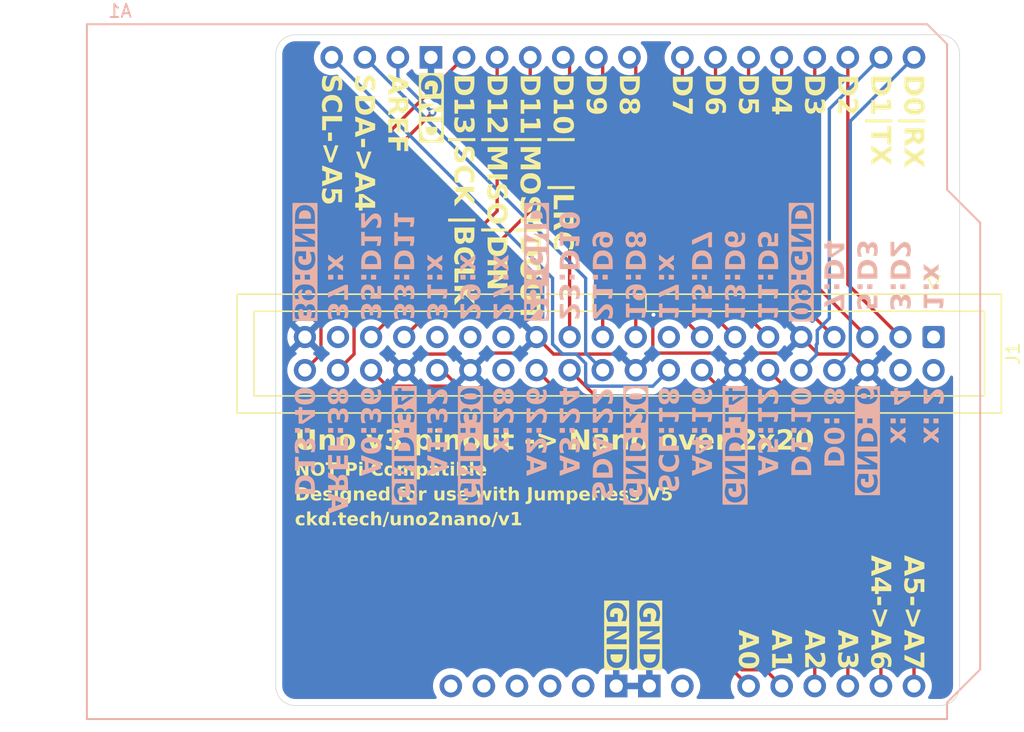
<source format=kicad_pcb>
(kicad_pcb (version 20241229) (generator "pcbnew") (generator_version "9.0")
  (layers (0 "F.Cu" signal) (2 "B.Cu" signal) (13 "F.Paste" user) (15 "B.Paste" user) (5 "F.SilkS" user "F.Silkscreen") (7 "B.SilkS" user "B.Silkscreen") (1 "F.Mask" user) (3 "B.Mask" user) (25 "Edge.Cuts" user))
  (net 0 "")
  (net 11 "/SCL")
  (net 12 "GND")
  (net 13 "/SDA")
  (net 18 "/D11")
  (net 19 "/D13")
  (net 20 "/D4")
  (net 21 "/D3")
  (net 22 "/D5")
  (net 23 "/A2")
  (net 24 "/D7")
  (net 25 "/D1")
  (net 26 "/A3")
  (net 27 "/D2")
  (net 28 "/A1")
  (net 29 "/D12")
  (net 30 "/A4")
  (net 31 "/D10")
  (net 32 "/AREF")
  (net 33 "/A5")
  (net 34 "/D0")
  (net 35 "/A0")
  (net 36 "/D9")
  (net 37 "/D8")
  (net 38 "/D6")
  (footprint "PCM_arduino-library:Arduino_Uno_R3_Shield" (layer "F.Cu") (at 120 151.54)
    (property "Reference" "A1" (at 2.54 -54.356 0) (layer "B.SilkS") (effects (justify mirror)))
    (property "Value" "Arduino_Uno_R3_Shield")
    (fp_line (start 0 -53.34) (end 0 0) (stroke (width 0.15)) (layer "B.SilkS"))
    (fp_line (start 0 -53.34) (end 64.516 -53.34) (stroke (width 0.15)) (layer "B.SilkS"))
    (fp_line (start 0 0) (end 66.04 0) (stroke (width 0.15)) (layer "B.SilkS"))
    (fp_line (start 64.516 -53.34) (end 66.04 -51.816) (stroke (width 0.15)) (layer "B.SilkS"))
    (fp_line (start 66.04 -40.64) (end 66.04 -51.816) (stroke (width 0.15)) (layer "B.SilkS"))
    (fp_line (start 66.04 -1.27) (end 68.58 -3.81) (stroke (width 0.15)) (layer "B.SilkS"))
    (fp_line (start 66.04 0) (end 66.04 -1.27) (stroke (width 0.15)) (layer "B.SilkS"))
    (fp_line (start 68.58 -38.1) (end 66.04 -40.64) (stroke (width 0.15)) (layer "B.SilkS"))
    (fp_line (start 68.58 -3.81) (end 68.58 -38.1) (stroke (width 0.15)) (layer "B.SilkS"))
    (pad "" thru_hole oval (at 27.94 -2.54) (size 1.7272 1.7272) (drill 1.016) (layers "*.Cu" "*.Mask"))
    (pad "3V3" thru_hole oval (at 35.56 -2.54) (size 1.7272 1.7272) (drill 1.016) (layers "*.Cu" "*.Mask"))
    (pad "5V1" thru_hole oval (at 38.1 -2.54) (size 1.7272 1.7272) (drill 1.016) (layers "*.Cu" "*.Mask"))
    (pad "A0" thru_hole oval (at 50.8 -2.54) (size 1.7272 1.7272) (drill 1.016) (layers "*.Cu" "*.Mask") (net 35 "/A0"))
    (pad "A1" thru_hole oval (at 53.34 -2.54) (size 1.7272 1.7272) (drill 1.016) (layers "*.Cu" "*.Mask") (net 28 "/A1"))
    (pad "A2" thru_hole oval (at 55.88 -2.54) (size 1.7272 1.7272) (drill 1.016) (layers "*.Cu" "*.Mask") (net 23 "/A2"))
    (pad "A3" thru_hole oval (at 58.42 -2.54) (size 1.7272 1.7272) (drill 1.016) (layers "*.Cu" "*.Mask") (net 26 "/A3"))
    (pad "A4" thru_hole oval (at 60.96 -2.54) (size 1.7272 1.7272) (drill 1.016) (layers "*.Cu" "*.Mask") (net 30 "/A4"))
    (pad "A5" thru_hole oval (at 63.5 -2.54) (size 1.7272 1.7272) (drill 1.016) (layers "*.Cu" "*.Mask") (net 33 "/A5"))
    (pad "AREF" thru_hole oval (at 23.876 -50.8) (size 1.7272 1.7272) (drill 1.016) (layers "*.Cu" "*.Mask") (net 32 "/AREF"))
    (pad "D0" thru_hole oval (at 63.5 -50.8) (size 1.7272 1.7272) (drill 1.016) (layers "*.Cu" "*.Mask") (net 34 "/D0"))
    (pad "D1" thru_hole oval (at 60.96 -50.8) (size 1.7272 1.7272) (drill 1.016) (layers "*.Cu" "*.Mask") (net 25 "/D1"))
    (pad "D2" thru_hole oval (at 58.42 -50.8) (size 1.7272 1.7272) (drill 1.016) (layers "*.Cu" "*.Mask") (net 27 "/D2"))
    (pad "D3" thru_hole oval (at 55.88 -50.8) (size 1.7272 1.7272) (drill 1.016) (layers "*.Cu" "*.Mask") (net 21 "/D3"))
    (pad "D4" thru_hole oval (at 53.34 -50.8) (size 1.7272 1.7272) (drill 1.016) (layers "*.Cu" "*.Mask") (net 20 "/D4"))
    (pad "D5" thru_hole oval (at 50.8 -50.8) (size 1.7272 1.7272) (drill 1.016) (layers "*.Cu" "*.Mask") (net 22 "/D5"))
    (pad "D6" thru_hole oval (at 48.26 -50.8) (size 1.7272 1.7272) (drill 1.016) (layers "*.Cu" "*.Mask") (net 38 "/D6"))
    (pad "D7" thru_hole oval (at 45.72 -50.8) (size 1.7272 1.7272) (drill 1.016) (layers "*.Cu" "*.Mask") (net 24 "/D7"))
    (pad "D8" thru_hole oval (at 41.656 -50.8) (size 1.7272 1.7272) (drill 1.016) (layers "*.Cu" "*.Mask") (net 37 "/D8"))
    (pad "D9" thru_hole oval (at 39.116 -50.8) (size 1.7272 1.7272) (drill 1.016) (layers "*.Cu" "*.Mask") (net 36 "/D9"))
    (pad "D10" thru_hole oval (at 36.576 -50.8) (size 1.7272 1.7272) (drill 1.016) (layers "*.Cu" "*.Mask") (net 31 "/D10"))
    (pad "D11" thru_hole oval (at 34.036 -50.8) (size 1.7272 1.7272) (drill 1.016) (layers "*.Cu" "*.Mask") (net 18 "/D11"))
    (pad "D12" thru_hole oval (at 31.496 -50.8) (size 1.7272 1.7272) (drill 1.016) (layers "*.Cu" "*.Mask") (net 29 "/D12"))
    (pad "D13" thru_hole oval (at 28.956 -50.8) (size 1.7272 1.7272) (drill 1.016) (layers "*.Cu" "*.Mask") (net 19 "/D13"))
    (pad "GND1" thru_hole rect (at 26.416 -50.8) (size 1.7272 1.7272) (drill 1.016) (layers "*.Cu" "*.Mask") (net 12 "GND"))
    (pad "GND2" thru_hole rect (at 40.64 -2.54) (size 1.7272 1.7272) (drill 1.016) (layers "*.Cu" "*.Mask") (net 12 "GND"))
    (pad "GND3" thru_hole rect (at 43.18 -2.54) (size 1.7272 1.7272) (drill 1.016) (layers "*.Cu" "*.Mask") (net 12 "GND"))
    (pad "IORF" thru_hole oval (at 30.48 -2.54) (size 1.7272 1.7272) (drill 1.016) (layers "*.Cu" "*.Mask"))
    (pad "RST1" thru_hole oval (at 33.02 -2.54) (size 1.7272 1.7272) (drill 1.016) (layers "*.Cu" "*.Mask"))
    (pad "SCL" thru_hole oval (at 18.796 -50.8) (size 1.7272 1.7272) (drill 1.016) (layers "*.Cu" "*.Mask") (net 11 "/SCL"))
    (pad "SDA" thru_hole oval (at 21.336 -50.8) (size 1.7272 1.7272) (drill 1.016) (layers "*.Cu" "*.Mask") (net 13 "/SDA"))
    (pad "VIN" thru_hole oval (at 45.72 -2.54) (size 1.7272 1.7272) (drill 1.016) (layers "*.Cu" "*.Mask"))
  )
  (footprint "chickadee:chickadee_3mm_fcu" (layer "F.Cu") (at 140.4112 146.9898)
    (property "Reference" "G***" (hide yes))
    (property "Value" "Chickadee 3mm" (hide yes))
    (fp_poly (pts (xy -2.190577 -1.394931) (xy -2.158906 -1.394428) (xy -2.131275 -1.393379) (xy -2.106176 -1.39166) (xy -2.082107 -1.389149) (xy -2.057561 -1.385724) (xy -2.031033 -1.38126) (xy -2.009069 -1.377185) (xy -1.950214 -1.364422) (xy -1.889117 -1.348355) (xy -1.828664 -1.329818) (xy -1.77174 -1.309646) (xy -1.760361 -1.305223) (xy -1.717183 -1.28803) (xy -1.674808 -1.270892) (xy -1.63285 -1.25363) (xy -1.59092 -1.236063) (xy -1.548631 -1.218011) (xy -1.505596 -1.199293) (xy -1.461427 -1.179729) (xy -1.415735 -1.159138) (xy -1.368134 -1.137341) (xy -1.318236 -1.114156) (xy -1.265653 -1.089403) (xy -1.209997 -1.062901) (xy -1.150882 -1.034472) (xy -1.087918 -1.003933) (xy -1.02072 -0.971104) (xy -0.948898 -0.935806) (xy -0.872065 -0.897857) (xy -0.789834 -0.857077) (xy -0.701817 -0.813286) (xy -0.679097 -0.801963) (xy -0.600817 -0.763019) (xy -0.528298 -0.72712) (xy -0.461051 -0.694039) (xy -0.398585 -0.663552) (xy -0.340411 -0.635433) (xy -0.286038 -0.609455) (xy -0.234976 -0.585394) (xy -0.186735 -0.563022) (xy -0.140825 -0.542115) (xy -0.096756 -0.522447) (xy -0.054038 -0.503792) (xy -0.012181 -0.485924) (xy 0.029306 -0.468618) (xy 0.070912 -0.451647) (xy 0.113128 -0.434787) (xy 0.146403 -0.421719) (xy 0.169926 -0.412482) (xy 0.191319 -0.403963) (xy 0.209688 -0.396527) (xy 0.224143 -0.39054) (xy 0.233791 -0.386365) (xy 0.237732 -0.384376) (xy 0.237199 -0.380281) (xy 0.231987 -0.372263) (xy 0.222739 -0.361032) (xy 0.2101 -0.347296) (xy 0.194712 -0.331764) (xy 0.177219 -0.315145) (xy 0.164178 -0.303343) (xy 0.096199 -0.247242) (xy 0.021764 -0.193747) (xy -0.059006 -0.142914) (xy -0.145989 -0.0948) (xy -0.239062 -0.049462) (xy -0.338103 -0.006957) (xy -0.442991 0.032658) (xy -0.553602 0.069327) (xy -0.669815 0.102992) (xy -0.756708 0.125296) (xy -0.857303 0.148538) (xy -0.952291 0.167867) (xy -1.041919 0.183303) (xy -1.126439 0.194868) (xy -1.206099 0.20258) (xy -1.281149 0.206462) (xy -1.351837 0.206535) (xy -1.418413 0.202818) (xy -1.481126 0.195332) (xy -1.518918 0.18866) (xy -1.57955 0.173748) (xy -1.634906 0.154367) (xy -1.684914 0.13059) (xy -1.729501 0.102491) (xy -1.768596 0.070142) (xy -1.802127 0.033617) (xy -1.830021 -0.007012) (xy -1.852205 -0.051671) (xy -1.868608 -0.100287) (xy -1.879158 -0.152786) (xy -1.882097 -0.17906) (xy -1.882915 -0.190167) (xy -1.883851 -0.198302) (xy -1.885889 -0.204006) (xy -1.890009 -0.207822) (xy -1.897194 -0.21029) (xy -1.908425 -0.211954) (xy -1.924685 -0.213354) (xy -1.946955 -0.215033) (xy -1.947333 -0.215063) (xy -1.974885 -0.21729) (xy -1.996056 -0.219184) (xy -2.011509 -0.220834) (xy -2.021906 -0.222327) (xy -2.02791 -0.223751) (xy -2.030183 -0.225193) (xy -2.030082 -0.226026) (xy -2.032027 -0.227335) (xy -2.038861 -0.22756) (xy -2.048532 -0.226886) (xy -2.05899 -0.225503) (xy -2.068183 -0.223597) (xy -2.072569 -0.222141) (xy -2.078077 -0.220624) (xy -2.089384 -0.218164) (xy -2.105331 -0.214992) (xy -2.124759 -0.211335) (xy -2.146511 -0.207422) (xy -2.151944 -0.206471) (xy -2.23343 -0.192964) (xy -2.310846 -0.181591) (xy -2.386734 -0.172013) (xy -2.463633 -0.163891) (xy -2.487083 -0.161706) (xy -2.509513 -0.160112) (xy -2.536719 -0.158879) (xy -2.567348 -0.158007) (xy -2.600049 -0.157496) (xy -2.633471 -0.157348) (xy -2.666262 -0.157562) (xy -2.69707 -0.158139) (xy -2.724545 -0.15908) (xy -2.747334 -0.160385) (xy -2.760486 -0.161598) (xy -2.833314 -0.171253) (xy -2.904171 -0.18314) (xy -2.974932 -0.197651) (xy -3.047473 -0.215178) (xy -3.123669 -0.23611) (xy -3.139143 -0.240632) (xy -3.161757 -0.247425) (xy -3.178423 -0.252778) (xy -3.190018 -0.257041) (xy -3.197422 -0.260562) (xy -3.20151 -0.263691) (xy -3.202943 -0.266032) (xy -3.203909 -0.271145) (xy -3.205491 -0.282439) (xy -3.20759 -0.299075) (xy -3.210105 -0.320217) (xy -3.212937 -0.345025) (xy -3.215987 -0.372662) (xy -3.219082 -0.401608) (xy -3.222679 -0.435601) (xy -3.225565 -0.463243) (xy -3.227688 -0.485209) (xy -3.228999 -0.50217) (xy -3.229447 -0.514802) (xy -3.228982 -0.523777) (xy -3.227553 -0.52977) (xy -3.22511 -0.533453) (xy -3.221603 -0.535501) (xy -3.216982 -0.536587) (xy -3.211195 -0.537385) (xy -3.208909 -0.537717) (xy -3.197663 -0.539746) (xy -3.180611 -0.543203) (xy -3.158807 -0.547849) (xy -3.1333 -0.553445) (xy -3.105142 -0.559751) (xy -3.075385 -0.566529) (xy -3.045079 -0.573539) (xy -3.015275 -0.580543) (xy -2.987025 -0.5873) (xy -2.96138 -0.593573) (xy -2.942167 -0.598407) (xy -2.839538 -0.625766) (xy -2.743547 -0.653603) (xy -2.653787 -0.682055) (xy -2.569847 -0.711258) (xy -2.49132 -0.74135) (xy -2.417797 -0.772466) (xy -2.405944 -0.777787) (xy -2.33527 -0.81224) (xy -2.2633 -0.851978) (xy -2.191754 -0.895908) (xy -2.122352 -0.942934) (xy -2.05681 -0.991963) (xy -2.012597 -1.028214) (xy -1.994935 -1.043577) (xy -1.976602 -1.059988) (xy -1.958316 -1.076756) (xy -1.940794 -1.09319) (xy -1.924751 -1.108599) (xy -1.910905 -1.122291) (xy -1.899973 -1.133576) (xy -1.892671 -1.141762) (xy -1.889717 -1.146159) (xy -1.889781 -1.146632) (xy -1.895886 -1.149881) (xy -1.907863 -1.154203) (xy -1.924653 -1.159337) (xy -1.945199 -1.16502) (xy -1.968444 -1.170989) (xy -1.99333 -1.176981) (xy -2.018801 -1.182735) (xy -2.043799 -1.187987) (xy -2.067268 -1.192474) (xy -2.088148 -1.195935) (xy -2.088444 -1.195979) (xy -2.143487 -1.202523) (xy -2.197821 -1.205577) (xy -2.252961 -1.205107) (xy -2.310419 -1.201077) (xy -2.371711 -1.193452) (xy -2.401539 -1.188739) (xy -2.494796 -1.17015) (xy -2.584229 -1.146293) (xy -2.669623 -1.117275) (xy -2.750766 -1.083203) (xy -2.827443 -1.044182) (xy -2.899442 -1.000319) (xy -2.966549 -0.95172) (xy -3.028551 -0.898491) (xy -3.072051 -0.855085) (xy -3.114426 -0.806444) (xy -3.152464 -0.755667) (xy -3.185507 -0.70377) (xy -3.212895 -0.65177) (xy -3.230344 -0.610645) (xy -3.23532 -0.598231) (xy -3.239944 -0.588063) (xy -3.243211 -0.582348) (xy -3.246468 -0.579042) (xy -3.254369 -0.57133) (xy -3.266439 -0.559666) (xy -3.282207 -0.544504) (xy -3.301199 -0.526296) (xy -3.322943 -0.505496) (xy -3.346966 -0.482558) (xy -3.372795 -0.457935) (xy -3.391958 -0.439691) (xy -3.418659 -0.414263) (xy -3.443792 -0.390288) (xy -3.466896 -0.368206) (xy -3.487514 -0.34846) (xy -3.505187 -0.331487) (xy -3.519455 -0.31773) (xy -3.529861 -0.307629) (xy -3.535945 -0.301624) (xy -3.537393 -0.300078) (xy -3.534428 -0.298301) (xy -3.525616 -0.293948) (xy -3.511564 -0.287299) (xy -3.492877 -0.278632) (xy -3.470164 -0.268227) (xy -3.444028 -0.256363) (xy -3.415077 -0.243317) (xy -3.383917 -0.22937) (xy -3.376532 -0.226077) (xy -3.214874 -0.154058) (xy -3.198019 -0.093786) (xy -3.189906 -0.065801) (xy -3.180059 -0.033466) (xy -3.169084 0.001347) (xy -3.157589 0.036762) (xy -3.146183 0.070907) (xy -3.135473 0.101907) (xy -3.126489 0.126757) (xy -3.121041 0.140443) (xy -3.116521 0.148917) (xy -3.111864 0.153733) (xy -3.10617 0.156392) (xy -3.098868 0.157558) (xy -3.085547 0.158496) (xy -3.06724 0.159209) (xy -3.04498 0.159697) (xy -3.019799 0.159965) (xy -2.992731 0.160013) (xy -2.964808 0.159845) (xy -2.937063 0.159461) (xy -2.910528 0.158866) (xy -2.886237 0.15806) (xy -2.865223 0.157046) (xy -2.848681 0.155841) (xy -2.685739 0.138212) (xy -2.585861 0.124838) (xy -2.543141 0.1184) (xy -2.506322 0.1121) (xy -2.474266 0.105624) (xy -2.445833 0.098661) (xy -2.419884 0.090899) (xy -2.395279 0.082025) (xy -2.370878 0.071727) (xy -2.345543 0.059694) (xy -2.342444 0.058147) (xy -2.286885 0.026813) (xy -2.232336 -0.010789) (xy -2.179767 -0.053872) (xy -2.130148 -0.101647) (xy -2.089686 -0.146958) (xy -2.071653 -0.168681) (xy -2.069252 -0.143431) (xy -2.062225 -0.096009) (xy -2.050319 -0.046832) (xy -2.034198 0.002224) (xy -2.014523 0.049282) (xy -1.991958 0.092463) (xy -1.978281 0.114289) (xy -1.94066 0.164006) (xy -1.897859 0.209003) (xy -1.849963 0.249251) (xy -1.797063 0.284723) (xy -1.739243 0.315389) (xy -1.676594 0.341223) (xy -1.609201 0.362197) (xy -1.537152 0.378282) (xy -1.460535 0.389451) (xy -1.379438 0.395676) (xy -1.293947 0.396929) (xy -1.204152 0.393182) (xy -1.125361 0.386139) (xy -1.052218 0.376822) (xy -0.974125 0.364509) (xy -0.892379 0.349481) (xy -0.808276 0.332024) (xy -0.723113 0.312418) (xy -0.638187 0.290949) (xy -0.554795 0.267899) (xy -0.478014 0.244745) (xy -0.38054 0.212112) (xy -0.286214 0.17667) (xy -0.195387 0.138629) (xy -0.108408 0.098203) (xy -0.025628 0.0556) (xy 0.052604 0.011034) (xy 0.125937 -0.035286) (xy 0.194021 -0.083147) (xy 0.256506 -0.132339) (xy 0.313041 -0.18265) (xy 0.363278 -0.233869) (xy 0.406865 -0.285785) (xy 0.411516 -0.291897) (xy 0.421132 -0.304324) (xy 0.427892 -0.311896) (xy 0.432929 -0.315578) (xy 0.437377 -0.316336) (xy 0.439726 -0.315921) (xy 0.459163 -0.311612) (xy 0.48424 -0.30693) (xy 0.513568 -0.302078) (xy 0.545757 -0.297263) (xy 0.579415 -0.292687) (xy 0.613152 -0.288557) (xy 0.645578 -0.285077) (xy 0.656167 -0.284068) (xy 0.687905 -0.281538) (xy 0.719888 -0.279816) (xy 0.752791 -0.278933) (xy 0.78729 -0.27892) (xy 0.82406 -0.279806) (xy 0.863775 -0.281623) (xy 0.907113 -0.284401) (xy 0.954746 -0.288171) (xy 1.007352 -0.292963) (xy 1.065605 -0.298808) (xy 1.127125 -0.3054) (xy 1.216165 -0.315763) (xy 1.311639 -0.327982) (xy 1.413193 -0.341993) (xy 1.520469 -0.357731) (xy 1.633115 -0.375132) (xy 1.750774 -0.394133) (xy 1.873091 -0.414668) (xy 1.999712 -0.436674) (xy 2.13028 -0.460086) (xy 2.264441 -0.48484) (xy 2.40184 -0.510872) (xy 2.542121 -0.538118) (xy 2.68493 -0.566514) (xy 2.829911 -0.595994) (xy 2.976709 -0.626495) (xy 3.124969 -0.657954) (xy 3.274335 -0.690304) (xy 3.361972 -0.709592) (xy 3.406466 -0.719446) (xy 3.444684 -0.727733) (xy 3.477258 -0.73432) (xy 3.504823 -0.739072) (xy 3.528011 -0.741854) (xy 3.547455 -0.742532) (xy 3.563788 -0.740972) (xy 3.577642 -0.737038) (xy 3.589652 -0.730596) (xy 3.600449 -0.721512) (xy 3.610667 -0.709652) (xy 3.620938 -0.69488) (xy 3.631896 -0.677062) (xy 3.644174 -0.656064) (xy 3.648453 -0.648705) (xy 3.685722 -0.582928) (xy 3.720654 -0.517678) (xy 3.752855 -0.453786) (xy 3.781929 -0.392085) (xy 3.807481 -0.333406) (xy 3.829117 -0.278581) (xy 3.842982 -0.239141) (xy 3.858442 -0.186728) (xy 3.869158 -0.137816) (xy 3.875158 -0.092633) (xy 3.876469 -0.051406) (xy 3.873119 -0.014365) (xy 3.865134 0.018262) (xy 3.852543 0.046247) (xy 3.835372 0.069362) (xy 3.813649 0.087378) (xy 3.803124 0.093395) (xy 3.792991 0.098154) (xy 3.781941 0.102524) (xy 3.769615 0.106533) (xy 3.755657 0.110209) (xy 3.739709 0.113581) (xy 3.721413 0.116677) (xy 3.700414 0.119524) (xy 3.676352 0.122152) (xy 3.648872 0.124587) (xy 3.617615 0.126859) (xy 3.582225 0.128995) (xy 3.542343 0.131023) (xy 3.497613 0.132973) (xy 3.447677 0.134871) (xy 3.392178 0.136746) (xy 3.330759 0.138626) (xy 3.263062 0.14054) (xy 3.188731 0.142515) (xy 3.175 0.142869) (xy 3.052923 0.146207) (xy 2.937344 0.149786) (xy 2.827707 0.153639) (xy 2.723456 0.157794) (xy 2.624037 0.162284) (xy 2.528895 0.167138) (xy 2.437474 0.172388) (xy 2.349219 0.178064) (xy 2.263574 0.184196) (xy 2.179985 0.190816) (xy 2.097897 0.197954) (xy 2.016754 0.20564) (xy 1.989667 0.208345) (xy 1.860967 0.222177) (xy 1.736502 0.237273) (xy 1.615523 0.253805) (xy 1.497281 0.271941) (xy 1.381028 0.291851) (xy 1.266016 0.313705) (xy 1.151496 0.337671) (xy 1.036721 0.36392) (xy 0.920941 0.39262) (xy 0.803408 0.423942) (xy 0.683373 0.458054) (xy 0.56009 0.495127) (xy 0.432808 0.535329) (xy 0.30078 0.57883) (xy 0.195792 0.614551) (xy 0.145932 0.632059) (xy 0.0984 0.649485) (xy 0.052527 0.66715) (xy 0.007643 0.685374) (xy -0.03692 0.704476) (xy -0.081833 0.724779) (xy -0.127765 0.746601) (xy -0.175385 0.770263) (xy -0.225363 0.796085) (xy -0.278367 0.824388) (xy -0.335068 0.855492) (xy -0.396135 0.889717) (xy -0.462237 0.927384) (xy -0.483306 0.939493) (xy -0.541927 0.973223) (xy -0.594898 1.003651) (xy -0.642666 1.031025) (xy -0.685679 1.055591) (xy -0.724384 1.077596) (xy -0.759229 1.097287) (xy -0.790662 1.11491) (xy -0.81913 1.130714) (xy -0.845081 1.144944) (xy -0.868963 1.157848) (xy -0.891223 1.169672) (xy -0.912308 1.180664) (xy -0.932668 1.19107) (xy -0.952748 1.201138) (xy -0.972997 1.211113) (xy -0.993862 1.221244) (xy -0.995694 1.222128) (xy -1.063133 1.253565) (xy -1.12675 1.280819) (xy -1.187918 1.304282) (xy -1.248008 1.324345) (xy -1.308391 1.341402) (xy -1.37044 1.355844) (xy -1.435526 1.368064) (xy -1.505022 1.378454) (xy -1.569861 1.386279) (xy -1.610848 1.390039) (xy -1.656794 1.392999) (xy -1.705642 1.395105) (xy -1.755337 1.396301) (xy -1.803821 1.396532) (xy -1.849038 1.395744) (xy -1.878542 1.394508) (xy -1.958088 1.387865) (xy -2.038544 1.376743) (xy -2.118722 1.361443) (xy -2.197433 1.342263) (xy -2.273489 1.319501) (xy -2.345702 1.293456) (xy -2.412884 1.264427) (xy -2.430992 1.255625) (xy -2.511972 1.211372) (xy -2.591194 1.160408) (xy -2.668518 1.102893) (xy -2.743805 1.038983) (xy -2.816914 0.968836) (xy -2.887705 0.89261) (xy -2.95604 0.810463) (xy -3.021777 0.722552) (xy -3.084778 0.629036) (xy -3.144903 0.53007) (xy -3.202011 0.425814) (xy -3.247103 0.335201) (xy -3.265441 0.295287) (xy -3.283063 0.253922) (xy -3.300474 0.209814) (xy -3.318181 0.161672) (xy -3.33669 0.108204) (xy -3.341035 0.09525) (xy -3.348704 0.071804) (xy -3.356807 0.046214) (xy -3.364992 0.019673) (xy -3.372907 -0.006627) (xy -3.380199 -0.031492) (xy -3.386515 -0.053731) (xy -3.391504 -0.072152) (xy -3.394813 -0.08556) (xy -3.395622 -0.089442) (xy -3.397791 -0.101004) (xy -3.602405 -0.183572) (xy -3.638385 -0.198117) (xy -3.672393 -0.211915) (xy -3.703868 -0.224734) (xy -3.732252 -0.236346) (xy -3.756986 -0.24652) (xy -3.77751 -0.255026) (xy -3.793266 -0.261633) (xy -3.803693 -0.266111) (xy -3.808232 -0.268231) (xy -3.808381 -0.268344) (xy -3.80604 -0.270994) (xy -3.798838 -0.27795) (xy -3.787188 -0.288837) (xy -3.771505 -0.303276) (xy -3.752203 -0.320892) (xy -3.729696 -0.341306) (xy -3.704399 -0.364141) (xy -3.676726 -0.389021) (xy -3.647091 -0.415568) (xy -3.621714 -0.438231) (xy -3.585698 -0.47036) (xy -3.554584 -0.498154) (xy -3.528002 -0.521967) (xy -3.505585 -0.542152) (xy -3.486962 -0.559065) (xy -3.471765 -0.573058) (xy -3.459624 -0.584487) (xy -3.45017 -0.593706) (xy -3.443035 -0.601069) (xy -3.437848 -0.606929) (xy -3.434241 -0.611642) (xy -3.431844 -0.615561) (xy -3.430288 -0.619041) (xy -3.429205 -0.622435) (xy -3.429021 -0.623103) (xy -3.422612 -0.643652) (xy -3.41351 -0.668602) (xy -3.40244 -0.696184) (xy -3.390126 -0.724625) (xy -3.377295 -0.752157) (xy -3.3707 -0.765446) (xy -3.338251 -0.823655) (xy -3.301023 -0.87978) (xy -3.258334 -0.934751) (xy -3.209501 -0.989498) (xy -3.196358 -1.003151) (xy -3.140849 -1.05669) (xy -3.083569 -1.105173) (xy -3.023315 -1.149469) (xy -2.958883 -1.190443) (xy -2.889069 -1.228963) (xy -2.868083 -1.23958) (xy -2.800029 -1.271452) (xy -2.732015 -1.299287) (xy -2.662813 -1.323459) (xy -2.591193 -1.344341) (xy -2.515928 -1.362308) (xy -2.435788 -1.377732) (xy -2.38932 -1.385248) (xy -2.369484 -1.388168) (xy -2.352156 -1.390434) (xy -2.335939 -1.39213) (xy -2.319438 -1.393341) (xy -2.301258 -1.394152) (xy -2.280002 -1.394645) (xy -2.254276 -1.394906) (xy -2.227792 -1.395009) (xy -2.190577 -1.394931)) (stroke (width 0.01)) (fill yes) (layer "F.Cu"))
  )
  (footprint "Connector_IDC:IDC-Header_2x20_P2.54mm_Vertical" (layer "F.Cu") (at 185 122.21 -90)
    (property "Reference" "J1" (at 1.27 -6.1 90) (layer "F.SilkS"))
    (property "Value" "Raspberry_Pi_4")
    (fp_line (start -3.29 53.47) (end -3.29 -5.21) (stroke (width 0.12)) (layer "F.SilkS"))
    (fp_line (start 5.83 53.47) (end -3.29 53.47) (stroke (width 0.12)) (layer "F.SilkS"))
    (fp_line (start -1.98 52.17) (end -1.98 26.18) (stroke (width 0.12)) (layer "F.SilkS"))
    (fp_line (start 4.52 52.17) (end -1.98 52.17) (stroke (width 0.12)) (layer "F.SilkS"))
    (fp_line (start -1.98 26.18) (end -3.29 26.18) (stroke (width 0.12)) (layer "F.SilkS"))
    (fp_line (start -3.29 22.08) (end -1.98 22.08) (stroke (width 0.12)) (layer "F.SilkS"))
    (fp_line (start -1.98 22.08) (end -1.98 -3.91) (stroke (width 0.12)) (layer "F.SilkS"))
    (fp_line (start -4.68 0.5) (end -3.68 0) (stroke (width 0.12)) (layer "F.SilkS"))
    (fp_line (start -3.68 0) (end -4.68 -0.5) (stroke (width 0.12)) (layer "F.SilkS"))
    (fp_line (start -4.68 -0.5) (end -4.68 0.5) (stroke (width 0.12)) (layer "F.SilkS"))
    (fp_line (start -1.98 -3.91) (end 4.52 -3.91) (stroke (width 0.12)) (layer "F.SilkS"))
    (fp_line (start 4.52 -3.91) (end 4.52 52.17) (stroke (width 0.12)) (layer "F.SilkS"))
    (fp_line (start -3.29 -5.21) (end 5.83 -5.21) (stroke (width 0.12)) (layer "F.SilkS"))
    (fp_line (start 5.83 -5.21) (end 5.83 53.47) (stroke (width 0.12)) (layer "F.SilkS"))
    (pad "1" thru_hole roundrect (at 0 0 270) (size 1.7 1.7) (drill 1) (layers "*.Cu" "*.Mask") (roundrect_rratio 0.147059))
    (pad "2" thru_hole circle (at 2.54 0 270) (size 1.7 1.7) (drill 1) (layers "*.Cu" "*.Mask"))
    (pad "3" thru_hole circle (at 0 2.54 270) (size 1.7 1.7) (drill 1) (layers "*.Cu" "*.Mask") (net 27 "/D2"))
    (pad "4" thru_hole circle (at 2.54 2.54 270) (size 1.7 1.7) (drill 1) (layers "*.Cu" "*.Mask"))
    (pad "5" thru_hole circle (at 0 5.08 270) (size 1.7 1.7) (drill 1) (layers "*.Cu" "*.Mask") (net 21 "/D3"))
    (pad "6" thru_hole circle (at 2.54 5.08 270) (size 1.7 1.7) (drill 1) (layers "*.Cu" "*.Mask") (net 12 "GND"))
    (pad "7" thru_hole circle (at 0 7.62 270) (size 1.7 1.7) (drill 1) (layers "*.Cu" "*.Mask") (net 20 "/D4"))
    (pad "8" thru_hole circle (at 2.54 7.62 270) (size 1.7 1.7) (drill 1) (layers "*.Cu" "*.Mask") (net 34 "/D0"))
    (pad "9" thru_hole circle (at 0 10.16 270) (size 1.7 1.7) (drill 1) (layers "*.Cu" "*.Mask") (net 12 "GND"))
    (pad "10" thru_hole circle (at 2.54 10.16 270) (size 1.7 1.7) (drill 1) (layers "*.Cu" "*.Mask") (net 25 "/D1"))
    (pad "11" thru_hole circle (at 0 12.7 270) (size 1.7 1.7) (drill 1) (layers "*.Cu" "*.Mask") (net 22 "/D5"))
    (pad "12" thru_hole circle (at 2.54 12.7 270) (size 1.7 1.7) (drill 1) (layers "*.Cu" "*.Mask") (net 33 "/A5"))
    (pad "13" thru_hole circle (at 0 15.24 270) (size 1.7 1.7) (drill 1) (layers "*.Cu" "*.Mask") (net 38 "/D6"))
    (pad "14" thru_hole circle (at 2.54 15.24 270) (size 1.7 1.7) (drill 1) (layers "*.Cu" "*.Mask") (net 12 "GND"))
    (pad "15" thru_hole circle (at 0 17.78 270) (size 1.7 1.7) (drill 1) (layers "*.Cu" "*.Mask") (net 24 "/D7"))
    (pad "16" thru_hole circle (at 2.54 17.78 270) (size 1.7 1.7) (drill 1) (layers "*.Cu" "*.Mask") (net 30 "/A4"))
    (pad "17" thru_hole circle (at 0 20.32 270) (size 1.7 1.7) (drill 1) (layers "*.Cu" "*.Mask"))
    (pad "18" thru_hole circle (at 2.54 20.32 270) (size 1.7 1.7) (drill 1) (layers "*.Cu" "*.Mask") (net 11 "/SCL"))
    (pad "19" thru_hole circle (at 0 22.86 270) (size 1.7 1.7) (drill 1) (layers "*.Cu" "*.Mask") (net 37 "/D8"))
    (pad "20" thru_hole circle (at 2.54 22.86 270) (size 1.7 1.7) (drill 1) (layers "*.Cu" "*.Mask") (net 12 "GND"))
    (pad "21" thru_hole circle (at 0 25.4 270) (size 1.7 1.7) (drill 1) (layers "*.Cu" "*.Mask") (net 36 "/D9"))
    (pad "22" thru_hole circle (at 2.54 25.4 270) (size 1.7 1.7) (drill 1) (layers "*.Cu" "*.Mask") (net 13 "/SDA"))
    (pad "23" thru_hole circle (at 0 27.94 270) (size 1.7 1.7) (drill 1) (layers "*.Cu" "*.Mask") (net 31 "/D10"))
    (pad "24" thru_hole circle (at 2.54 27.94 270) (size 1.7 1.7) (drill 1) (layers "*.Cu" "*.Mask") (net 26 "/A3"))
    (pad "25" thru_hole circle (at 0 30.48 270) (size 1.7 1.7) (drill 1) (layers "*.Cu" "*.Mask") (net 12 "GND"))
    (pad "26" thru_hole circle (at 2.54 30.48 270) (size 1.7 1.7) (drill 1) (layers "*.Cu" "*.Mask") (net 23 "/A2"))
    (pad "27" thru_hole circle (at 0 33.02 270) (size 1.7 1.7) (drill 1) (layers "*.Cu" "*.Mask"))
    (pad "28" thru_hole circle (at 2.54 33.02 270) (size 1.7 1.7) (drill 1) (layers "*.Cu" "*.Mask"))
    (pad "29" thru_hole circle (at 0 35.56 270) (size 1.7 1.7) (drill 1) (layers "*.Cu" "*.Mask"))
    (pad "30" thru_hole circle (at 2.54 35.56 270) (size 1.7 1.7) (drill 1) (layers "*.Cu" "*.Mask") (net 12 "GND"))
    (pad "31" thru_hole circle (at 0 38.1 270) (size 1.7 1.7) (drill 1) (layers "*.Cu" "*.Mask"))
    (pad "32" thru_hole circle (at 2.54 38.1 270) (size 1.7 1.7) (drill 1) (layers "*.Cu" "*.Mask") (net 28 "/A1"))
    (pad "33" thru_hole circle (at 0 40.64 270) (size 1.7 1.7) (drill 1) (layers "*.Cu" "*.Mask") (net 18 "/D11"))
    (pad "34" thru_hole circle (at 2.54 40.64 270) (size 1.7 1.7) (drill 1) (layers "*.Cu" "*.Mask") (net 12 "GND"))
    (pad "35" thru_hole circle (at 0 43.18 270) (size 1.7 1.7) (drill 1) (layers "*.Cu" "*.Mask") (net 29 "/D12"))
    (pad "36" thru_hole circle (at 2.54 43.18 270) (size 1.7 1.7) (drill 1) (layers "*.Cu" "*.Mask") (net 35 "/A0"))
    (pad "37" thru_hole circle (at 0 45.72 270) (size 1.7 1.7) (drill 1) (layers "*.Cu" "*.Mask"))
    (pad "38" thru_hole circle (at 2.54 45.72 270) (size 1.7 1.7) (drill 1) (layers "*.Cu" "*.Mask") (net 32 "/AREF"))
    (pad "39" thru_hole circle (at 0 48.26 270) (size 1.7 1.7) (drill 1) (layers "*.Cu" "*.Mask") (net 12 "GND"))
    (pad "40" thru_hole circle (at 2.54 48.26 270) (size 1.7 1.7) (drill 1) (layers "*.Cu" "*.Mask") (net 19 "/D13"))
  )
  (gr_line (start 185.5 150.5) (end 185 150.5) (stroke (width 0.05)) (layer "Edge.Cuts"))
  (gr_line (start 136 99) (end 184.5 99) (stroke (width 0.05)) (layer "Edge.Cuts"))
  (gr_line (start 185 150.5) (end 136 150.5) (stroke (width 0.05)) (layer "Edge.Cuts"))
  (gr_arc (start 187 149) (mid 186.56066 150.06066) (end 185.5 150.5) (stroke (width 0.05)) (layer "Edge.Cuts"))
  (gr_arc (start 136 150.5) (mid 134.93934 150.06066) (end 134.5 149) (stroke (width 0.05)) (layer "Edge.Cuts"))
  (gr_line (start 187 100.5) (end 187 149) (stroke (width 0.05)) (layer "Edge.Cuts"))
  (gr_line (start 134.5 149) (end 134.5 100.5) (stroke (width 0.05)) (layer "Edge.Cuts"))
  (gr_line (start 185.5 99) (end 184.5 99) (stroke (width 0.05)) (layer "Edge.Cuts"))
  (gr_arc (start 134.5 100.5) (mid 134.93934 99.43934) (end 136 99) (stroke (width 0.05)) (layer "Edge.Cuts"))
  (gr_arc (start 185.5 99) (mid 186.56066 99.43934) (end 187 100.5) (stroke (width 0.05)) (layer "Edge.Cuts"))
  (gr_text "D1|TX" (at 180.848 102.0318 270) (layer "F.SilkS") (effects (font (size 1.5 1.5) (thickness 0.3) (bold yes)) (justify left)))
  (gr_text "D8" (at 161.544 102.0064 270) (layer "F.SilkS") (effects (font (size 1.5 1.5) (thickness 0.3) (bold yes)) (justify left)))
  (gr_text "A4->A6" (at 180.848 147.7518 270) (layer "F.SilkS") (effects (font (size 1.5 1.5) (thickness 0.3) (bold yes)) (justify right)))
  (gr_text "A1" (at 173.228 147.7518 270) (layer "F.SilkS") (effects (font (size 1.5 1.5) (thickness 0.3) (bold yes)) (justify right)))
  (gr_text "D7" (at 165.608 102.0318 270) (layer "F.SilkS") (effects (font (size 1.5 1.5) (thickness 0.3) (bold yes)) (justify left)))
  (gr_text "A2" (at 175.768 147.7518 270) (layer "F.SilkS") (effects (font (size 1.5 1.5) (thickness 0.3) (bold yes)) (justify right)))
  (gr_text "Designed for use with Jumperless V5" (at 135.9662 134.9248 0) (layer "F.SilkS") (effects (font (size 1 1) (thickness 0.2) (bold yes)) (justify left bottom)))
  (gr_text "GND" (at 146.304 102.0064 270) (layer "F.SilkS" knockout) (effects (font (size 1.5 1.5) (thickness 0.3) (bold yes)) (justify left)))
  (gr_text "D6" (at 168.148 102.0064 270) (layer "F.SilkS") (effects (font (size 1.5 1.5) (thickness 0.3) (bold yes)) (justify left)))
  (gr_text "D11|MOSI|DOUT" (at 153.924 102.0064 270) (layer "F.SilkS") (effects (font (size 1.5 1.5) (thickness 0.3) (bold yes)) (justify left)))
  (gr_text "GND" (at 160.528 147.7264 270) (layer "F.SilkS" knockout) (effects (font (size 1.5 1.5) (thickness 0.3) (bold yes)) (justify right)))
  (gr_text "A5->A7" (at 183.388 147.7518 270) (layer "F.SilkS") (effects (font (size 1.5 1.5) (thickness 0.3) (bold yes)) (justify right)))
  (gr_text "NOT Pi Compatible" (at 135.9662 133.0198 0) (layer "F.SilkS") (effects (font (size 1 1) (thickness 0.2) (bold yes)) (justify left bottom)))
  (gr_text "A3" (at 178.308 147.7518 270) (layer "F.SilkS") (effects (font (size 1.5 1.5) (thickness 0.3) (bold yes)) (justify right)))
  (gr_text "D5" (at 170.688 102.0064 270) (layer "F.SilkS") (effects (font (size 1.5 1.5) (thickness 0.3) (bold yes)) (justify left)))
  (gr_text "D2" (at 178.308 102.0318 270) (layer "F.SilkS") (effects (font (size 1.5 1.5) (thickness 0.3) (bold yes)) (justify left)))
  (gr_text "GND" (at 163.068 147.7264 270) (layer "F.SilkS" knockout) (effects (font (size 1.5 1.5) (thickness 0.3) (bold yes)) (justify right)))
  (gr_text "D0|RX" (at 183.388 102.0318 270) (layer "F.SilkS") (effects (font (size 1.5 1.5) (thickness 0.3) (bold yes)) (justify left)))
  (gr_text "D10|    |LRC" (at 156.464 102.0064 270) (layer "F.SilkS") (effects (font (size 1.5 1.5) (thickness 0.3) (bold yes)) (justify left)))
  (gr_text "D4" (at 173.228 102.0064 270) (layer "F.SilkS") (effects (font (size 1.5 1.5) (thickness 0.3) (bold yes)) (justify left)))
  (gr_text "SDA->A4" (at 141.224 102 270) (layer "F.SilkS") (effects (font (size 1.5 1.5) (thickness 0.3) (bold yes)) (justify left)))
  (gr_text "A0" (at 170.688 147.7518 270) (layer "F.SilkS") (effects (font (size 1.5 1.5) (thickness 0.3) (bold yes)) (justify right)))
  (gr_text "D9" (at 159.004 102.0064 270) (layer "F.SilkS") (effects (font (size 1.5 1.5) (thickness 0.3) (bold yes)) (justify left)))
  (gr_text "Uno v3 pinout -> Nano over 2x20" (at 135.9662 131.1148 0) (layer "F.SilkS") (effects (font (size 1.524 1.524) (thickness 0.3048) (bold yes)) (justify left bottom)))
  (gr_text "D12|MISO|DIN" (at 151.384 102.0064 270) (layer "F.SilkS") (effects (font (size 1.5 1.5) (thickness 0.3) (bold yes)) (justify left)))
  (gr_text "D13|SCK |BCLK" (at 148.844 102.0064 270) (layer "F.SilkS") (effects (font (size 1.5 1.5) (thickness 0.3) (bold yes)) (justify left)))
  (gr_text "D3" (at 175.768 102.0318 270) (layer "F.SilkS") (effects (font (size 1.5 1.5) (thickness 0.3) (bold yes)) (justify left)))
  (gr_text "AREF" (at 143.764 102.0064 270) (layer "F.SilkS") (effects (font (size 1.5 1.5) (thickness 0.3) (bold yes)) (justify left)))
  (gr_text "ckd.tech/uno2nano/v1" (at 135.9662 136.8298 0) (layer "F.SilkS") (effects (font (size 1 1) (thickness 0.2) (bold yes)) (justify left bottom)))
  (gr_text "SCL->A5" (at 138.684 102.0064 270) (layer "F.SilkS") (effects (font (size 1.5 1.5) (thickness 0.3) (bold yes)) (justify left)))
  (gr_text "x:28" (at 151.8412 126.0348 270) (layer "B.SilkS") (effects (font (size 1.5 1.5) (thickness 0.3) (bold yes)) (justify right mirror)))
  (gr_text "09:GND" (at 174.7012 120.9548 270) (layer "B.SilkS" knockout) (effects (font (size 1.5 1.5) (thickness 0.3) (bold yes)) (justify left mirror)))
  (gr_text "SCL:18" (at 164.5412 126.0348 270) (layer "B.SilkS") (effects (font (size 1.5 1.5) (thickness 0.3) (bold yes)) (justify right mirror)))
  (gr_text "D1:10" (at 174.7012 126.0348 270) (layer "B.SilkS") (effects (font (size 1.5 1.5) (thickness 0.3) (bold yes)) (justify right mirror)))
  (gr_text "A1:32" (at 146.7612 126.0348 270) (layer "B.SilkS") (effects (font (size 1.5 1.5) (thickness 0.3) (bold yes)) (justify right mirror)))
  (gr_text "17:x" (at 164.5412 120.9548 270) (layer "B.SilkS") (effects (font (size 1.5 1.5) (thickness 0.3) (bold yes)) (justify left mirror)))
  (gr_text "37:x" (at 139.1412 120.9548 270) (layer "B.SilkS") (effects (font (size 1.5 1.5) (thickness 0.3) (bold yes)) (justify left mirror)))
  (gr_text "13:D6" (at 169.6212 120.9548 270) (layer "B.SilkS") (effects (font (size 1.5 1.5) (thickness 0.3) (bold yes)) (justify left mirror)))
  (gr_text "x: 2" (at 184.8612 126.0348 270) (layer "B.SilkS") (effects (font (size 1.5 1.5) (thickness 0.3) (bold yes)) (justify right mirror)))
  (gr_text " 5:D3" (at 179.7812 120.9548 270) (layer "B.SilkS") (effects (font (size 1.5 1.5) (thickness 0.3) (bold yes)) (justify left mirror)))
  (gr_text " 3:D2" (at 182.3212 120.9548 270) (layer "B.SilkS") (effects (font (size 1.5 1.5) (thickness 0.3) (bold yes)) (justify left mirror)))
  (gr_text "A5:12" (at 172.1612 126.0348 270) (layer "B.SilkS") (effects (font (size 1.5 1.5) (thickness 0.3) (bold yes)) (justify right mirror)))
  (gr_text "35:D12" (at 141.6812 120.9548 270) (layer "B.SilkS") (effects (font (size 1.5 1.5) (thickness 0.3) (bold yes)) (justify left mirror)))
  (gr_text "GND:30" (at 149.3012 126.0348 270) (layer "B.SilkS" knockout) (effects (font (size 1.5 1.5) (thickness 0.3) (bold yes)) (justify right mirror)))
  (gr_text "SDA:22" (at 159.4612 126.0348 270) (layer "B.SilkS") (effects (font (size 1.5 1.5) (thickness 0.3) (bold yes)) (justify right mirror)))
  (gr_text "GND:34" (at 144.2212 126.0348 270) (layer "B.SilkS" knockout) (effects (font (size 1.5 1.5) (thickness 0.3) (bold yes)) (justify right mirror)))
  (gr_text "AREF:38" (at 139.1412 126.0348 270) (layer "B.SilkS") (effects (font (size 1.5 1.5) (thickness 0.3) (bold yes)) (justify right mirror)))
  (gr_text " 1:x" (at 184.8612 120.9548 270) (layer "B.SilkS") (effects (font (size 1.5 1.5) (thickness 0.3) (bold yes)) (justify left mirror)))
  (gr_text "GND: 6" (at 179.7812 126.0348 270) (layer "B.SilkS" knockout) (effects (font (size 1.5 1.5) (thickness 0.3) (bold yes)) (justify right mirror)))
  (gr_text "D0: 8" (at 177.2412 126.0348 270) (layer "B.SilkS") (effects (font (size 1.5 1.5) (thickness 0.3) (bold yes)) (justify right mirror)))
  (gr_text "A2:26" (at 154.3812 126.0348 270) (layer "B.SilkS") (effects (font (size 1.5 1.5) (thickness 0.3) (bold yes)) (justify right mirror)))
  (gr_text "27:x" (at 151.8412 120.9548 270) (layer "B.SilkS") (effects (font (size 1.5 1.5) (thickness 0.3) (bold yes)) (justify left mirror)))
  (gr_text "19:D8" (at 162.0012 120.9548 270) (layer "B.SilkS") (effects (font (size 1.5 1.5) (thickness 0.3) (bold yes)) (justify left mirror)))
  (gr_text "x: 4" (at 182.3212 126.0348 270) (layer "B.SilkS") (effects (font (size 1.5 1.5) (thickness 0.3) (bold yes)) (justify right mirror)))
  (gr_text "31:x" (at 146.7612 120.9548 270) (layer "B.SilkS") (effects (font (size 1.5 1.5) (thickness 0.3) (bold yes)) (justify left mirror)))
  (gr_text "A4:16" (at 167.0812 126.0348 270) (layer "B.SilkS") (effects (font (size 1.5 1.5) (thickness 0.3) (bold yes)) (justify right mirror)))
  (gr_text "GND:20" (at 162.0012 126.0348 270) (layer "B.SilkS" knockout) (effects (font (size 1.5 1.5) (thickness 0.3) (bold yes)) (justify right mirror)))
  (gr_text " 7:D4" (at 177.2412 120.9548 270) (layer "B.SilkS") (effects (font (size 1.5 1.5) (thickness 0.3) (bold yes)) (justify left mirror)))
  (gr_text "23:D10" (at 156.9212 120.9548 270) (layer "B.SilkS") (effects (font (size 1.5 1.5) (thickness 0.3) (bold yes)) (justify left mirror)))
  (gr_text "15:D7" (at 167.0812 120.9548 270) (layer "B.SilkS") (effects (font (size 1.5 1.5) (thickness 0.3) (bold yes)) (justify left mirror)))
  (gr_text "GND:14" (at 169.6212 126.0348 270) (layer "B.SilkS" knockout) (effects (font (size 1.5 1.5) (thickness 0.3) (bold yes)) (justify right mirror)))
  (gr_text "39:GND" (at 136.6012 120.9548 270) (layer "B.SilkS" knockout) (effects (font (size 1.5 1.5) (thickness 0.3) (bold yes)) (justify left mirror)))
  (gr_text "29:x" (at 149.3012 120.9548 270) (layer "B.SilkS") (effects (font (size 1.5 1.5) (thickness 0.3) (bold yes)) (justify left mirror)))
  (gr_text "21:D9" (at 159.4612 120.9548 270) (layer "B.SilkS") (effects (font (size 1.5 1.5) (thickness 0.3) (bold yes)) (justify left mirror)))
  (gr_text "33:D11" (at 144.2212 120.9548 270) (layer "B.SilkS") (effects (font (size 1.5 1.5) (thickness 0.3) (bold yes)) (justify left mirror)))
  (gr_text "D13:40" (at 136.6012 126.0348 270) (layer "B.SilkS") (effects (font (size 1.5 1.5) (thickness 0.3) (bold yes)) (justify right mirror)))
  (gr_text "25:GND" (at 154.3812 120.9548 270) (layer "B.SilkS" knockout) (effects (font (size 1.5 1.5) (thickness 0.3) (bold yes)) (justify left mirror)))
  (gr_text "11:D5" (at 172.1612 120.9548 270) (layer "B.SilkS") (effects (font (size 1.5 1.5) (thickness 0.3) (bold yes)) (justify left mirror)))
  (gr_text "A3:24" (at 156.9212 126.0348 270) (layer "B.SilkS") (effects (font (size 1.5 1.5) (thickness 0.3) (bold yes)) (justify right mirror)))
  (gr_text "A0:36" (at 141.6812 126.0348 270) (layer "B.SilkS") (effects (font (size 1.5 1.5) (thickness 0.3) (bold yes)) (justify right mirror)))
  (segment (start 158.292 125.792) (end 158.292 124.239688) (width 0.254) (layer "B.Cu") (net 11))
  (segment (start 155.752 122.752) (end 155.752 117.696) (width 0.254) (layer "B.Cu") (net 11))
  (segment (start 158.292 124.239688) (end 157.570312 123.518) (width 0.254) (layer "B.Cu") (net 11))
  (segment (start 155.752 117.696) (end 138.796 100.74) (width 0.254) (layer "B.Cu") (net 11))
  (segment (start 157.570312 123.518) (end 156.518 123.518) (width 0.254) (layer "B.Cu") (net 11))
  (segment (start 156.518 123.518) (end 155.752 122.752) (width 0.254) (layer "B.Cu") (net 11))
  (segment (start 163.448 125.982) (end 158.482 125.982) (width 0.254) (layer "B.Cu") (net 11))
  (segment (start 164.68 124.75) (end 163.448 125.982) (width 0.254) (layer "B.Cu") (net 11))
  (segment (start 158.482 125.982) (end 158.292 125.792) (width 0.254) (layer "B.Cu") (net 11))
  (segment (start 155.828 123.518) (end 160.908 123.518) (width 0.254) (layer "F.Cu") (net 12))
  (segment (start 169.76 124.75) (end 171.068 123.442) (width 0.254) (layer "F.Cu") (net 12))
  (segment (start 150.748 123.442) (end 149.44 124.75) (width 0.254) (layer "F.Cu") (net 12))
  (segment (start 153.288 123.442) (end 150.748 123.442) (width 0.254) (layer "F.Cu") (net 12))
  (segment (start 148.208 123.518) (end 145.592 123.518) (width 0.254) (layer "F.Cu") (net 12))
  (segment (start 176.148 123.518) (end 178.688 123.518) (width 0.254) (layer "F.Cu") (net 12))
  (segment (start 163.448 123.442) (end 168.452 123.442) (width 0.254) (layer "F.Cu") (net 12))
  (segment (start 149.44 124.75) (end 148.208 123.518) (width 0.254) (layer "F.Cu") (net 12))
  (segment (start 171.068 123.442) (end 173.608 123.442) (width 0.254) (layer "F.Cu") (net 12))
  (segment (start 168.452 123.442) (end 169.76 124.75) (width 0.254) (layer "F.Cu") (net 12))
  (segment (start 174.84 122.21) (end 176.148 123.518) (width 0.254) (layer "F.Cu") (net 12))
  (segment (start 163.448 120.552) (end 163.5 120.5) (width 0.254) (layer "F.Cu") (net 12))
  (segment (start 163.448 123.442) (end 163.448 120.552) (width 0.254) (layer "F.Cu") (net 12))
  (segment (start 154.52 122.21) (end 153.288 123.442) (width 0.254) (layer "F.Cu") (net 12))
  (segment (start 160.908 123.518) (end 162.14 124.75) (width 0.254) (layer "F.Cu") (net 12))
  (segment (start 154.52 122.21) (end 155.828 123.518) (width 0.254) (layer "F.Cu") (net 12))
  (segment (start 178.688 123.518) (end 179.92 124.75) (width 0.254) (layer "F.Cu") (net 12))
  (segment (start 162.14 124.75) (end 163.448 123.442) (width 0.254) (layer "F.Cu") (net 12))
  (segment (start 173.608 123.442) (end 174.84 122.21) (width 0.254) (layer "F.Cu") (net 12))
  (segment (start 145.592 123.518) (end 144.36 124.75) (width 0.254) (layer "F.Cu") (net 12))
  (via (at 163.5 120.5) (size 0.6) (drill 0.3) (layers "F.Cu" "B.Cu") (net 12))
  (segment (start 158.292 123.442) (end 158.292 117.696) (width 0.254) (layer "B.Cu") (net 13))
  (segment (start 158.292 117.696) (end 141.336 100.74) (width 0.254) (layer "B.Cu") (net 13))
  (segment (start 159.6 124.75) (end 158.292 123.442) (width 0.254) (layer "B.Cu") (net 13))
  (segment (start 144.36 122.21) (end 154.036 112.534) (width 0.254) (layer "F.Cu") (net 18))
  (segment (start 154.036 112.534) (end 154.036 100.74) (width 0.254) (layer "F.Cu") (net 18))
  (segment (start 136.74 124.75) (end 137.972 123.518) (width 0.254) (layer "F.Cu") (net 19))
  (segment (start 137.972 111.724) (end 148.956 100.74) (width 0.254) (layer "F.Cu") (net 19))
  (segment (start 137.972 123.518) (end 137.972 111.724) (width 0.254) (layer "F.Cu") (net 19))
  (segment (start 173.34 100.74) (end 173.34 118.17) (width 0.254) (layer "F.Cu") (net 20))
  (segment (start 173.34 118.17) (end 177.38 122.21) (width 0.254) (layer "F.Cu") (net 20))
  (segment (start 175.88 100.74) (end 175.88 118.17) (width 0.254) (layer "F.Cu") (net 21))
  (segment (start 175.88 118.17) (end 179.92 122.21) (width 0.254) (layer "F.Cu") (net 21))
  (segment (start 170.8 120.71) (end 172.3 122.21) (width 0.254) (layer "F.Cu") (net 22))
  (segment (start 170.8 100.74) (end 170.8 120.71) (width 0.254) (layer "F.Cu") (net 22))
  (segment (start 175.88 146.11) (end 175.88 149) (width 0.254) (layer "F.Cu") (net 23))
  (segment (start 154.52 124.75) (end 175.88 146.11) (width 0.254) (layer "F.Cu") (net 23))
  (segment (start 167.22 122.21) (end 165.72 120.71) (width 0.254) (layer "F.Cu") (net 24))
  (segment (start 165.72 120.71) (end 165.72 100.74) (width 0.254) (layer "F.Cu") (net 24))
  (segment (start 176 122.792312) (end 176.072 122.720312) (width 0.254) (layer "B.Cu") (net 25))
  (segment (start 176.072 122.720312) (end 176.072 121.699688) (width 0.254) (layer "B.Cu") (net 25))
  (segment (start 177 120.771688) (end 177 104.7) (width 0.254) (layer "B.Cu") (net 25))
  (segment (start 177 104.7) (end 180.96 100.74) (width 0.254) (layer "B.Cu") (net 25))
  (segment (start 174.84 124.75) (end 176 123.59) (width 0.254) (layer "B.Cu") (net 25))
  (segment (start 176.072 121.699688) (end 177 120.771688) (width 0.254) (layer "B.Cu") (net 25))
  (segment (start 176 123.59) (end 176 122.792312) (width 0.254) (layer "B.Cu") (net 25))
  (segment (start 178.42 146.11) (end 178.42 149) (width 0.254) (layer "F.Cu") (net 26))
  (segment (start 157.06 124.75) (end 178.42 146.11) (width 0.254) (layer "F.Cu") (net 26))
  (segment (start 178.42 118.17) (end 182.46 122.21) (width 0.254) (layer "F.Cu") (net 27))
  (segment (start 178.42 100.74) (end 178.42 118.17) (width 0.254) (layer "F.Cu") (net 27))
  (segment (start 170.274235 147.7544) (end 172.0944 147.7544) (width 0.254) (layer "F.Cu") (net 28))
  (segment (start 172.0944 147.7544) (end 173.34 149) (width 0.254) (layer "F.Cu") (net 28))
  (segment (start 146.9 124.75) (end 147.269835 124.75) (width 0.254) (layer "F.Cu") (net 28))
  (segment (start 147.269835 124.75) (end 170.274235 147.7544) (width 0.254) (layer "F.Cu") (net 28))
  (segment (start 141.82 122.21) (end 151.496 112.534) (width 0.254) (layer "F.Cu") (net 29))
  (segment (start 151.496 112.534) (end 151.496 100.74) (width 0.254) (layer "F.Cu") (net 29))
  (segment (start 167.22 124.75) (end 180.96 138.49) (width 0.254) (layer "F.Cu") (net 30))
  (segment (start 180.96 138.49) (end 180.96 149) (width 0.254) (layer "F.Cu") (net 30))
  (segment (start 157.06 101.224) (end 156.576 100.74) (width 0.254) (layer "F.Cu") (net 31))
  (segment (start 157.06 122.21) (end 157.06 101.224) (width 0.254) (layer "F.Cu") (net 31))
  (segment (start 139.28 124.75) (end 140.512 123.518) (width 0.254) (layer "F.Cu") (net 32))
  (segment (start 140.512 110.988) (end 146.52954 104.97046) (width 0.254) (layer "F.Cu") (net 32))
  (segment (start 140.512 123.518) (end 140.512 110.988) (width 0.254) (layer "F.Cu") (net 32))
  (via (at 146.52954 104.97046) (size 0.6) (drill 0.3) (layers "F.Cu" "B.Cu") (net 32))
  (segment (start 143.876 102.31692) (end 143.876 100.74) (width 0.254) (layer "B.Cu") (net 32))
  (segment (start 146.52954 104.97046) (end 143.876 102.31692) (width 0.254) (layer "B.Cu") (net 32))
  (segment (start 172.3 124.75) (end 183.5 135.95) (width 0.254) (layer "F.Cu") (net 33))
  (segment (start 183.5 135.95) (end 183.5 149) (width 0.254) (layer "F.Cu") (net 33))
  (segment (start 178.612 123.518) (end 178.612 105.628) (width 0.254) (layer "B.Cu") (net 34))
  (segment (start 178.612 105.628) (end 183.5 100.74) (width 0.254) (layer "B.Cu") (net 34))
  (segment (start 177.38 124.75) (end 178.612 123.518) (width 0.254) (layer "B.Cu") (net 34))
  (segment (start 141.82 124.75) (end 143.052 125.982) (width 0.254) (layer "F.Cu") (net 35))
  (segment (start 147.782 125.982) (end 170.8 149) (width 0.254) (layer "F.Cu") (net 35))
  (segment (start 143.052 125.982) (end 147.782 125.982) (width 0.254) (layer "F.Cu") (net 35))
  (segment (start 159.6 122.21) (end 159.6 101.224) (width 0.254) (layer "F.Cu") (net 36))
  (segment (start 159.6 101.224) (end 159.116 100.74) (width 0.254) (layer "F.Cu") (net 36))
  (segment (start 162.14 101.224) (end 161.656 100.74) (width 0.254) (layer "F.Cu") (net 37))
  (segment (start 162.14 122.21) (end 162.14 101.224) (width 0.254) (layer "F.Cu") (net 37))
  (segment (start 168.26 100.74) (end 168.26 120.71) (width 0.254) (layer "F.Cu") (net 38))
  (segment (start 168.26 120.71) (end 169.76 122.21) (width 0.254) (layer "F.Cu") (net 38))
  (zone (net 12) (net_name "GND") (layer "B.Cu") (connect_pads (clearance 0.5)) (min_thickness 0.25) (fill yes (thermal_gap 0.5) (thermal_bridge_width 0.5))
    (polygon (pts (xy 134.5 99) (xy 187 99) (xy 187 150.5) (xy 134.5 150.5)))
  )
)
</source>
